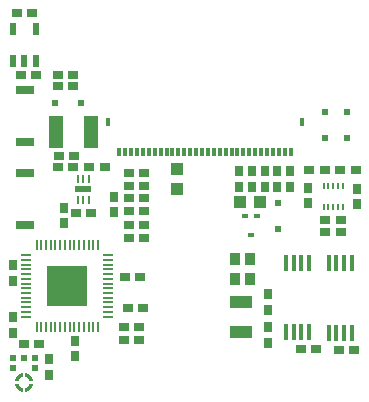
<source format=gbr>
G04 DipTrace 3.1.0.0*
G04 TopPaste.gbr*
%MOIN*%
G04 #@! TF.FileFunction,Paste,Top*
G04 #@! TF.Part,Single*
%AMOUTLINE2*
4,1,16,
0.003937,0.012795,
0.003547,0.014504,
0.002454,0.015873,
0.000877,0.016634,
-0.000877,0.016634,
-0.002454,0.015873,
-0.003547,0.014504,
-0.003937,0.012795,
-0.003937,-0.012795,
-0.003547,-0.014504,
-0.002454,-0.015873,
-0.000877,-0.016634,
0.000877,-0.016634,
0.002454,-0.015873,
0.003547,-0.014504,
0.003937,-0.012795,
0.003937,0.012795,
0*%
%AMOUTLINE4*
4,1,16,
0.012795,-0.003937,
0.014504,-0.003547,
0.015873,-0.002454,
0.016634,-0.000877,
0.016634,0.000877,
0.015873,0.002454,
0.014504,0.003547,
0.012795,0.003937,
-0.012795,0.003937,
-0.014504,0.003547,
-0.015873,0.002454,
-0.016634,0.000877,
-0.016634,-0.000877,
-0.015873,-0.002454,
-0.014504,-0.003547,
-0.012795,-0.003937,
0.012795,-0.003937,
0*%
%AMOUTLINE8*5,1,4,0,0,0.187523,-135.0*%
%AMOUTLINE9*
4,1,12,
0.013761,-0.013898,
0.002066,-0.013898,
0.000688,-0.010354,
-0.001911,-0.005787,
-0.005651,-0.002047,
-0.010218,0.000551,
-0.013761,0.001929,
-0.013761,0.013898,
-0.005701,0.011465,
0.001528,0.007291,
0.007428,0.001391,
0.011601,-0.005837,
0.013761,-0.013898,
0*%
%AMOUTLINE11*
4,1,12,
0.013898,0.013761,
0.013898,0.002066,
0.010354,0.000688,
0.005787,-0.001911,
0.002047,-0.005651,
-0.000551,-0.010218,
-0.001929,-0.013761,
-0.013898,-0.013761,
-0.011465,-0.005701,
-0.007291,0.001528,
-0.001391,0.007428,
0.005837,0.011601,
0.013898,0.013761,
0*%
%AMOUTLINE13*
4,1,12,
-0.013761,0.013898,
-0.002066,0.013898,
-0.000688,0.010354,
0.001911,0.005787,
0.005651,0.002047,
0.010218,-0.000551,
0.013761,-0.001929,
0.013761,-0.013898,
0.005701,-0.011465,
-0.001528,-0.007291,
-0.007428,-0.001391,
-0.011601,0.005837,
-0.013761,0.013898,
0*%
%AMOUTLINE15*
4,1,12,
-0.013898,-0.013761,
-0.013898,-0.002066,
-0.010354,-0.000688,
-0.005787,0.001911,
-0.002047,0.005651,
0.000551,0.010218,
0.001929,0.013761,
0.013898,0.013761,
0.011465,0.005701,
0.007291,-0.001528,
0.001391,-0.007428,
-0.005837,-0.011601,
-0.013898,-0.013761,
0*%
%AMOUTLINE19*
4,1,4,
0.017685,0.021622,
0.017685,-0.021622,
-0.017685,-0.021622,
-0.017685,0.021622,
0.017685,0.021622,
0*%
%ADD26R,0.035433X0.027559*%
%ADD27R,0.027559X0.035433*%
%ADD28R,0.023622X0.023622*%
%ADD29R,0.059055X0.027559*%
%ADD34R,0.011811X0.031496*%
%ADD39R,0.045276X0.106299*%
%ADD41R,0.020079X0.015748*%
%ADD42R,0.03937X0.043307*%
%ADD43R,0.043307X0.03937*%
%ADD47R,0.009843X0.026575*%
%ADD48R,0.055906X0.024016*%
%ADD49R,0.017717X0.057087*%
%ADD51R,0.023622X0.020551*%
%ADD53R,0.008858X0.023622*%
%ADD55R,0.023622X0.043307*%
%ADD56R,0.074803X0.043307*%
%ADD90OUTLINE2*%
%ADD92OUTLINE4*%
%ADD96OUTLINE8*%
%ADD97OUTLINE9*%
%ADD99OUTLINE11*%
%ADD101OUTLINE13*%
%ADD103OUTLINE15*%
%ADD107OUTLINE19*%
%FSLAX26Y26*%
G04*
G70*
G90*
G75*
G01*
G04 TopPaste*
%LPD*%
D26*
X283404Y1141995D3*
X334585D3*
X238404Y986995D3*
X289585D3*
X229585Y1141995D3*
X178404D3*
X1070669Y925890D3*
X1121850D3*
D27*
X1175000Y1018409D3*
Y1069591D3*
D26*
X1119882Y1132583D3*
X1171063D3*
X1070669Y965260D3*
X1121850D3*
D27*
X149000Y500588D3*
Y449407D3*
D26*
X411241Y671241D3*
X462423D3*
D27*
X235000Y562591D3*
Y511409D3*
D26*
X398294Y566509D3*
X449475D3*
X398294Y609396D3*
X449475D3*
X115591Y550000D3*
X64409D3*
X402409Y776000D3*
X453591D3*
D27*
X200000Y954409D3*
Y1005591D3*
X29000Y813591D3*
Y762409D3*
X879173Y556312D3*
Y607493D3*
D26*
X987819Y534000D3*
X1039000D3*
X1115000Y531995D3*
X1166181D3*
D27*
X879173Y717598D3*
Y666417D3*
X29000Y640591D3*
Y589409D3*
D26*
X41409Y1654000D3*
X92591D3*
X229591Y1411000D3*
X178409D3*
D27*
X867559Y1126886D3*
Y1075705D3*
X910118Y1126886D3*
Y1075705D3*
X952677Y1126886D3*
Y1075705D3*
D26*
X415165Y1121000D3*
X466346D3*
X415165Y1079000D3*
X466346D3*
Y1037000D3*
X415165D3*
X466756Y995000D3*
X415575D3*
D28*
X256307Y1355000D3*
X169693D3*
X1069000Y1323307D3*
Y1236693D3*
X1143000Y1237693D3*
Y1324307D3*
X913000Y1021000D3*
Y934386D3*
D29*
X69008Y1225386D3*
Y1398614D3*
X69919Y947184D3*
Y1120412D3*
D34*
X954436Y1193005D3*
X934751D3*
X915066D3*
X895381D3*
X875696D3*
X856010D3*
X836325D3*
X816640D3*
X796955D3*
X777270D3*
X757585D3*
X737900D3*
X718215D3*
X698530D3*
X678845D3*
X659160D3*
X639475D3*
X619790D3*
X600105D3*
X580420D3*
X560735D3*
X541050D3*
X521365D3*
X501680D3*
X481995D3*
X462310D3*
X442625D3*
X422940D3*
X403255D3*
X383570D3*
X991837Y1291430D3*
X346168D3*
D39*
X290055Y1258000D3*
X171945D3*
D41*
X842685Y978496D3*
X803315D3*
X823000Y915504D3*
D27*
X365000Y1041591D3*
Y990409D3*
X1013472Y1021362D3*
Y1072543D3*
D26*
X1068063Y1132953D3*
X1016882D3*
X415756Y905000D3*
X466937D3*
X466756Y947000D3*
X415575D3*
X233585Y1177585D3*
X182404D3*
X178409Y1448000D3*
X229591D3*
X55409D3*
X106591D3*
D27*
X825000Y1075409D3*
Y1126591D3*
D42*
X576000Y1136465D3*
Y1069535D3*
D27*
X783000Y1126591D3*
Y1075409D3*
D43*
X785535Y1024000D3*
X852465D3*
D47*
X283685Y1102932D3*
X264000Y1102945D3*
X244315D3*
Y1031055D3*
X264000D3*
X283685D3*
D48*
X264000Y1067000D3*
D90*
X107638Y609173D3*
X123386D3*
X139134D3*
X154882D3*
X170630D3*
X186378D3*
X202126D3*
X217874D3*
X233622D3*
X249370D3*
X265118D3*
X280866D3*
X296614D3*
X312362D3*
D92*
X345827Y642638D3*
Y658386D3*
Y674134D3*
Y689882D3*
Y705630D3*
Y721378D3*
Y737126D3*
Y752874D3*
Y768622D3*
Y784370D3*
Y800118D3*
Y815866D3*
Y831614D3*
Y847362D3*
D90*
X312362Y880827D3*
X296614D3*
X280866D3*
X265118D3*
X249370D3*
X233622D3*
X217874D3*
X202126D3*
X186378D3*
X170630D3*
X154882D3*
X139134D3*
X123386D3*
X107638D3*
D92*
X74173Y847362D3*
Y831614D3*
Y815866D3*
Y800118D3*
Y784370D3*
Y768622D3*
Y752874D3*
Y737126D3*
Y721378D3*
Y705630D3*
Y689882D3*
Y674134D3*
Y658386D3*
Y642638D3*
D96*
X210000Y745000D3*
D49*
X1016391Y822139D3*
X990801D3*
X965210D3*
X939619D3*
Y589856D3*
X965210D3*
X990801D3*
X1016391D3*
D51*
X30307Y503693D3*
Y471331D3*
D97*
X83745Y440031D3*
D51*
X101186Y471331D3*
Y503693D3*
X65753D3*
D99*
X47761Y440031D3*
D101*
Y404047D3*
D103*
X83745D3*
D53*
X1080513Y1008564D3*
X1096262D3*
X1112010D3*
X1127757D3*
Y1079430D3*
X1112010D3*
X1096262D3*
X1080513D3*
X1064766D3*
Y1008564D3*
D55*
X29598Y1494850D3*
X67000D3*
X104402D3*
Y1601150D3*
X29598D3*
D49*
X1158005Y821995D3*
X1132415D3*
X1106824D3*
X1081234D3*
Y589711D3*
X1106824D3*
X1132415D3*
X1158005D3*
D107*
X769409Y768535D3*
Y835465D3*
X820591D3*
Y768535D3*
D56*
X787906Y591745D3*
Y690171D3*
M02*

</source>
